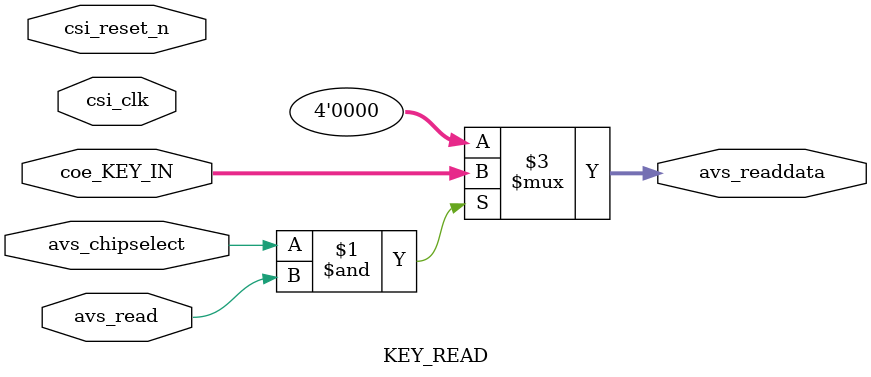
<source format=v>
module KEY_READ(
             // clk inputs:
				  csi_clk,
				  csi_reset_n,
				 // Avalon-MM Slave  
              avs_chipselect,
//              avs_address,
				  avs_read, 
              avs_readdata,
             //KEY_IN interface:
				  coe_KEY_IN
           )
;
  parameter KEY_WIDTH = 4;
  
  output  [KEY_WIDTH-1: 0] avs_readdata;
  input            csi_clk;
  input            csi_reset_n;
  input            avs_chipselect;
  input         	 avs_read;
//  input   [  1: 0] avs_address;
  input   [KEY_WIDTH-1: 0] coe_KEY_IN;

//读KEY input
  
assign avs_readdata = (avs_chipselect & avs_read) ? coe_KEY_IN : {{KEY_WIDTH-1}{1'b0}};    

endmodule


</source>
